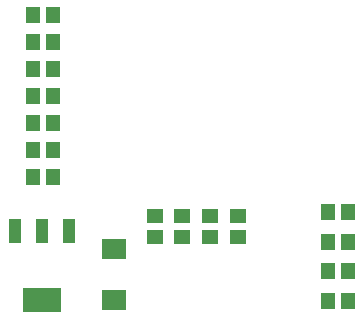
<source format=gbp>
G04 Layer_Color=128*
%FSLAX25Y25*%
%MOIN*%
G70*
G01*
G75*
%ADD15R,0.04528X0.05315*%
%ADD16R,0.05315X0.04528*%
%ADD28R,0.07874X0.06693*%
%ADD29R,0.12795X0.08465*%
%ADD30R,0.03937X0.08465*%
D15*
X300689Y183661D02*
D03*
X293799D02*
D03*
X300689Y173524D02*
D03*
X293799D02*
D03*
X300689Y164075D02*
D03*
X293799D02*
D03*
X300689Y154035D02*
D03*
X293799D02*
D03*
X195473Y195276D02*
D03*
X202362D02*
D03*
X195473Y204265D02*
D03*
X202362D02*
D03*
X195473Y213255D02*
D03*
X202362D02*
D03*
X195473Y222244D02*
D03*
X202362D02*
D03*
X195473Y231234D02*
D03*
X202362D02*
D03*
X195473Y240223D02*
D03*
X202362D02*
D03*
X195473Y249213D02*
D03*
X202362D02*
D03*
D16*
X263976Y182283D02*
D03*
Y175394D02*
D03*
X254692Y182283D02*
D03*
Y175394D02*
D03*
X245407D02*
D03*
Y182283D02*
D03*
X236122Y175394D02*
D03*
Y182283D02*
D03*
D28*
X222736Y154429D02*
D03*
Y171358D02*
D03*
D29*
X198524Y154429D02*
D03*
D30*
X207579Y177461D02*
D03*
X198524D02*
D03*
X189469D02*
D03*
M02*

</source>
